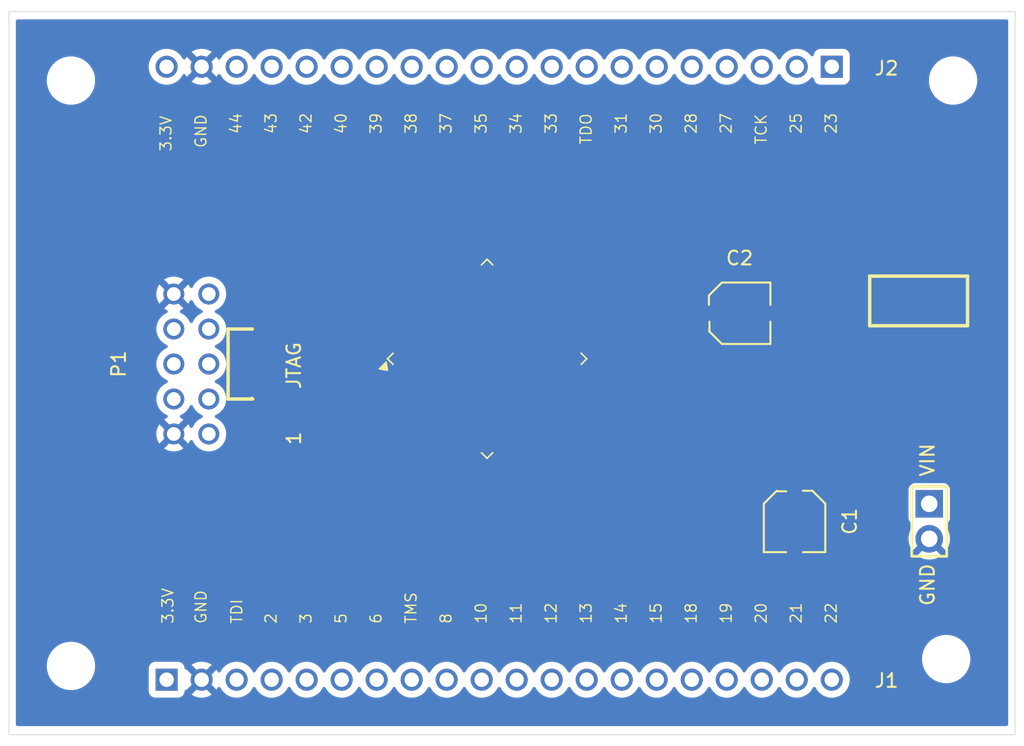
<source format=kicad_pcb>
(kicad_pcb (version 20241229) (generator "pcbnew") (generator_version "9.0")
  (layers (0 "F.Cu" signal) (2 "B.Cu" signal) (13 "F.Paste" user) (15 "B.Paste" user) (5 "F.SilkS" user "F.Silkscreen") (7 "B.SilkS" user "B.Silkscreen") (1 "F.Mask" user) (3 "B.Mask" user) (25 "Edge.Cuts" user))
  (net 0 "")
  (net 1 "GND")
  (net 2 "VCC")
  (net 3 "+3.3V")
  (net 4 "/JTAG_TDI")
  (net 5 "/JTAG_TMS")
  (net 6 "/JTAG_TCK")
  (net 7 "/JTAG_TDO")
  (net 11 "/PIN_12")
  (net 12 "/PIN_14")
  (net 13 "/PIN_20")
  (net 14 "/PIN_13")
  (net 15 "/PIN_11")
  (net 16 "/PIN_8")
  (net 17 "/PIN_15")
  (net 18 "/PIN_21")
  (net 19 "/PIN_22")
  (net 20 "/PIN_5")
  (net 21 "/PIN_18")
  (net 22 "/PIN_2")
  (net 23 "/PIN_19")
  (net 24 "/PIN_10")
  (net 25 "/PIN_3")
  (net 26 "/PIN_6")
  (net 27 "/PIN_39")
  (net 28 "/PIN_23")
  (net 29 "/PIN_42")
  (net 30 "/PIN_44")
  (net 31 "/PIN_38")
  (net 32 "/PIN_30")
  (net 33 "/PIN_33")
  (net 34 "/PIN_27")
  (net 35 "/PIN_25")
  (net 36 "/PIN_37")
  (net 37 "/PIN_43")
  (net 38 "/PIN_34")
  (net 39 "/PIN_35")
  (net 40 "/PIN_28")
  (net 41 "/PIN_31")
  (net 42 "/PIN_40")
  (footprint "easyeda2kicad:CAP-SMD_BD4.0-L4.3-W4.3-FD" (layer "F.Cu") (at 179 119.5 -90)
    (property "Reference" "C1" (at 0 -4 90) (layer "F.SilkS"))
    (property "Value" "C_Polarized")
    (fp_line (start -1.28 2.23) (end -2.22 1.29) (stroke (width 0.15)) (layer "F.SilkS"))
    (fp_line (start 2.24 2.23) (end -1.28 2.23) (stroke (width 0.15)) (layer "F.SilkS"))
    (fp_line (start -2.18 1.29) (end -2.18 0.61) (stroke (width 0.15)) (layer "F.SilkS"))
    (fp_line (start 2.24 0.61) (end 2.24 2.23) (stroke (width 0.15)) (layer "F.SilkS"))
    (fp_line (start 2.24 -0.61) (end 2.24 -2.23) (stroke (width 0.15)) (layer "F.SilkS"))
    (fp_line (start -2.22 -1.29) (end -2.22 -0.61) (stroke (width 0.15)) (layer "F.SilkS"))
    (fp_line (start -1.28 -2.23) (end -2.22 -1.29) (stroke (width 0.15)) (layer "F.SilkS"))
    (fp_line (start 2.24 -2.23) (end -1.28 -2.23) (stroke (width 0.15)) (layer "F.SilkS"))
    (pad "1" smd rect (at -1.66 0 270) (size 2.8 1.1) (layers "F.Cu" "F.Mask" "F.Paste") (net 2 "VCC"))
    (pad "2" smd rect (at 1.66 0 270) (size 2.8 1.1) (layers "F.Cu" "F.Mask" "F.Paste") (net 1 "GND"))
  )
  (footprint "easyeda2kicad:SOT-223_L6.7-W3.5-P2.30-BR" (layer "F.Cu") (at 188 103.5 -90)
    (property "Reference" "U2" (hide yes))
    (property "Value" "TLV1117LV33DCYR")
    (fp_line (start -1.8 3.55) (end 1.8 3.55) (stroke (width 0.25)) (layer "F.SilkS"))
    (fp_line (start -1.8 3.55) (end -1.8 -3.55) (stroke (width 0.25)) (layer "F.SilkS"))
    (fp_line (start 1.8 3.55) (end 1.8 -3.55) (stroke (width 0.25)) (layer "F.SilkS"))
    (fp_line (start -1.8 -3.55) (end 1.8 -3.55) (stroke (width 0.25)) (layer "F.SilkS"))
    (pad "1" smd rect (at 3.1 2.3) (size 1.1 2.2) (layers "F.Cu" "F.Mask" "F.Paste") (net 1 "GND"))
    (pad "2" smd rect (at 3.1 0) (size 1.1 2.2) (layers "F.Cu" "F.Mask" "F.Paste") (net 3 "+3.3V"))
    (pad "3" smd rect (at 3.1 -2.3) (size 1.1 2.2) (layers "F.Cu" "F.Mask" "F.Paste") (net 2 "VCC"))
    (pad "4" smd rect (at -3.1 0 270) (size 2.2 3.5) (layers "F.Cu" "F.Mask" "F.Paste") (net 3 "+3.3V"))
  )
  (footprint "Package_QFP:TQFP-44_10x10mm_P0.8mm" (layer "F.Cu") (at 156.693064 107.701048 45)
    (property "Reference" "U1" (hide yes))
    (property "Value" "ATF1504ASV-xAx44")
    (fp_line (start -5.11 -5.11) (end -5.11 -4.535) (stroke (width 0.12)) (layer "F.SilkS"))
    (fp_line (start -4.535 -5.11) (end -5.11 -5.11) (stroke (width 0.12)) (layer "F.SilkS"))
    (fp_line (start 4.535 -5.11) (end 5.11 -5.11) (stroke (width 0.12)) (layer "F.SilkS"))
    (fp_line (start 5.11 -5.11) (end 5.11 -4.535) (stroke (width 0.12)) (layer "F.SilkS"))
    (fp_line (start -5.11 5.11) (end -5.11 4.535) (stroke (width 0.12)) (layer "F.SilkS"))
    (fp_line (start -4.535 5.11) (end -5.11 5.11) (stroke (width 0.12)) (layer "F.SilkS"))
    (fp_line (start 4.535 5.11) (end 5.11 5.11) (stroke (width 0.12)) (layer "F.SilkS"))
    (fp_line (start 5.11 5.11) (end 5.11 4.535) (stroke (width 0.12)) (layer "F.SilkS"))
    (fp_poly (pts (xy -5.7 -4.535) (xy -6.04 -5.004999) (xy -5.36 -5.005)) (stroke (width 0.12)) (fill yes) (layer "F.SilkS"))
    (pad "1" smd roundrect (at -5.6625 -4 45) (size 1.475 0.55) (layers "F.Cu" "F.Mask" "F.Paste") (net 4 "/JTAG_TDI"))
    (pad "2" smd roundrect (at -5.6625 -3.2 45) (size 1.475 0.55) (layers "F.Cu" "F.Mask" "F.Paste") (net 22 "/PIN_2"))
    (pad "3" smd roundrect (at -5.6625 -2.4 45) (size 1.475 0.55) (layers "F.Cu" "F.Mask" "F.Paste") (net 25 "/PIN_3"))
    (pad "4" smd roundrect (at -5.6625 -1.6 45) (size 1.475 0.55) (layers "F.Cu" "F.Mask" "F.Paste") (net 1 "GND"))
    (pad "5" smd roundrect (at -5.6625 -0.8 45) (size 1.475 0.55) (layers "F.Cu" "F.Mask" "F.Paste") (net 20 "/PIN_5"))
    (pad "6" smd roundrect (at -5.6625 0 45) (size 1.475 0.55) (layers "F.Cu" "F.Mask" "F.Paste") (net 26 "/PIN_6"))
    (pad "7" smd roundrect (at -5.6625 0.8 45) (size 1.475 0.55) (layers "F.Cu" "F.Mask" "F.Paste") (net 5 "/JTAG_TMS"))
    (pad "8" smd roundrect (at -5.6625 1.6 45) (size 1.475 0.55) (layers "F.Cu" "F.Mask" "F.Paste") (net 16 "/PIN_8"))
    (pad "9" smd roundrect (at -5.6625 2.4 45) (size 1.475 0.55) (layers "F.Cu" "F.Mask" "F.Paste") (net 3 "+3.3V"))
    (pad "10" smd roundrect (at -5.6625 3.2 45) (size 1.475 0.55) (layers "F.Cu" "F.Mask" "F.Paste") (net 24 "/PIN_10"))
    (pad "11" smd roundrect (at -5.6625 4 45) (size 1.475 0.55) (layers "F.Cu" "F.Mask" "F.Paste") (net 15 "/PIN_11"))
    (pad "12" smd roundrect (at -4 5.6625 45) (size 0.55 1.475) (layers "F.Cu" "F.Mask" "F.Paste") (net 11 "/PIN_12"))
    (pad "13" smd roundrect (at -3.2 5.6625 45) (size 0.55 1.475) (layers "F.Cu" "F.Mask" "F.Paste") (net 14 "/PIN_13"))
    (pad "14" smd roundrect (at -2.4 5.6625 45) (size 0.55 1.475) (layers "F.Cu" "F.Mask" "F.Paste") (net 12 "/PIN_14"))
    (pad "15" smd roundrect (at -1.6 5.6625 45) (size 0.55 1.475) (layers "F.Cu" "F.Mask" "F.Paste") (net 17 "/PIN_15"))
    (pad "16" smd roundrect (at -0.8 5.6625 45) (size 0.55 1.475) (layers "F.Cu" "F.Mask" "F.Paste") (net 1 "GND"))
    (pad "17" smd roundrect (at 0 5.6625 45) (size 0.55 1.475) (layers "F.Cu" "F.Mask" "F.Paste") (net 3 "+3.3V"))
    (pad "18" smd roundrect (at 0.8 5.6625 45) (size 0.55 1.475) (layers "F.Cu" "F.Mask" "F.Paste") (net 21 "/PIN_18"))
    (pad "19" smd roundrect (at 1.6 5.6625 45) (size 0.55 1.475) (layers "F.Cu" "F.Mask" "F.Paste") (net 23 "/PIN_19"))
    (pad "20" smd roundrect (at 2.4 5.6625 45) (size 0.55 1.475) (layers "F.Cu" "F.Mask" "F.Paste") (net 13 "/PIN_20"))
    (pad "21" smd roundrect (at 3.2 5.6625 45) (size 0.55 1.475) (layers "F.Cu" "F.Mask" "F.Paste") (net 18 "/PIN_21"))
    (pad "22" smd roundrect (at 4 5.6625 45) (size 0.55 1.475) (layers "F.Cu" "F.Mask" "F.Paste") (net 19 "/PIN_22"))
    (pad "23" smd roundrect (at 5.6625 4 45) (size 1.475 0.55) (layers "F.Cu" "F.Mask" "F.Paste") (net 28 "/PIN_23"))
    (pad "24" smd roundrect (at 5.6625 3.2 45) (size 1.475 0.55) (layers "F.Cu" "F.Mask" "F.Paste") (net 1 "GND"))
    (pad "25" smd roundrect (at 5.6625 2.4 45) (size 1.475 0.55) (layers "F.Cu" "F.Mask" "F.Paste") (net 35 "/PIN_25"))
    (pad "26" smd roundrect (at 5.6625 1.6 45) (size 1.475 0.55) (layers "F.Cu" "F.Mask" "F.Paste") (net 6 "/JTAG_TCK"))
    (pad "27" smd roundrect (at 5.6625 0.8 45) (size 1.475 0.55) (layers "F.Cu" "F.Mask" "F.Paste") (net 34 "/PIN_27"))
    (pad "28" smd roundrect (at 5.6625 0 45) (size 1.475 0.55) (layers "F.Cu" "F.Mask" "F.Paste") (net 40 "/PIN_28"))
    (pad "29" smd roundrect (at 5.6625 -0.8 45) (size 1.475 0.55) (layers "F.Cu" "F.Mask" "F.Paste") (net 3 "+3.3V"))
    (pad "30" smd roundrect (at 5.6625 -1.6 45) (size 1.475 0.55) (layers "F.Cu" "F.Mask" "F.Paste") (net 32 "/PIN_30"))
    (pad "31" smd roundrect (at 5.6625 -2.4 45) (size 1.475 0.55) (layers "F.Cu" "F.Mask" "F.Paste") (net 41 "/PIN_31"))
    (pad "32" smd roundrect (at 5.6625 -3.2 45) (size 1.475 0.55) (layers "F.Cu" "F.Mask" "F.Paste") (net 7 "/JTAG_TDO"))
    (pad "33" smd roundrect (at 5.6625 -4 45) (size 1.475 0.55) (layers "F.Cu" "F.Mask" "F.Paste") (net 33 "/PIN_33"))
    (pad "34" smd roundrect (at 4 -5.6625 45) (size 0.55 1.475) (layers "F.Cu" "F.Mask" "F.Paste") (net 38 "/PIN_34"))
    (pad "35" smd roundrect (at 3.2 -5.6625 45) (size 0.55 1.475) (layers "F.Cu" "F.Mask" "F.Paste") (net 39 "/PIN_35"))
    (pad "36" smd roundrect (at 2.4 -5.6625 45) (size 0.55 1.475) (layers "F.Cu" "F.Mask" "F.Paste") (net 1 "GND"))
    (pad "37" smd roundrect (at 1.6 -5.6625 45) (size 0.55 1.475) (layers "F.Cu" "F.Mask" "F.Paste") (net 36 "/PIN_37"))
    (pad "38" smd roundrect (at 0.8 -5.6625 45) (size 0.55 1.475) (layers "F.Cu" "F.Mask" "F.Paste") (net 31 "/PIN_38"))
    (pad "39" smd roundrect (at 0 -5.6625 45) (size 0.55 1.475) (layers "F.Cu" "F.Mask" "F.Paste") (net 27 "/PIN_39"))
    (pad "40" smd roundrect (at -0.8 -5.6625 45) (size 0.55 1.475) (layers "F.Cu" "F.Mask" "F.Paste") (net 42 "/PIN_40"))
    (pad "41" smd roundrect (at -1.6 -5.6625 45) (size 0.55 1.475) (layers "F.Cu" "F.Mask" "F.Paste") (net 3 "+3.3V"))
    (pad "42" smd roundrect (at -2.4 -5.6625 45) (size 0.55 1.475) (layers "F.Cu" "F.Mask" "F.Paste") (net 29 "/PIN_42"))
    (pad "43" smd roundrect (at -3.2 -5.6625 45) (size 0.55 1.475) (layers "F.Cu" "F.Mask" "F.Paste") (net 37 "/PIN_43"))
    (pad "44" smd roundrect (at -4 -5.6625 45) (size 0.55 1.475) (layers "F.Cu" "F.Mask" "F.Paste") (net 30 "/PIN_44"))
  )
  (footprint "MountingHole:MountingHole_3mm" (layer "F.Cu") (at 190 129.5)
    (property "Reference" "H2" (hide yes))
    (property "Value" "MountingHole")
    (pad "" np_thru_hole circle (at 0 0) (size 3 3) (drill 3) (layers "*.Cu" "*.Mask"))
  )
  (footprint "MountingHole:MountingHole_3mm" (layer "F.Cu") (at 126.5 87.5)
    (property "Reference" "H4" (hide yes))
    (property "Value" "MountingHole")
    (pad "" np_thru_hole circle (at 0 0) (size 3 3) (drill 3) (layers "*.Cu" "*.Mask"))
  )
  (footprint "MountingHole:MountingHole_3mm" (layer "F.Cu") (at 126.5 130)
    (property "Reference" "H3" (hide yes))
    (property "Value" "MountingHole")
    (pad "" np_thru_hole circle (at 0 0) (size 3 3) (drill 3) (layers "*.Cu" "*.Mask"))
  )
  (footprint "easyeda2kicad:IDC-TH_10P-P2.54_C5665" (layer "F.Cu") (at 135.23 108.08 90)
    (property "Reference" "P1" (at 0 -5.27 90) (layer "F.SilkS"))
    (property "Value" "HDR-IDC-2.54-2X5P")
    (fp_line (start 2.54 2.67) (end 2.54 4.42) (stroke (width 0.25)) (layer "F.SilkS"))
    (fp_line (start -2.54 2.67) (end 2.54 2.67) (stroke (width 0.25)) (layer "F.SilkS"))
    (fp_line (start -2.54 2.67) (end -2.54 4.45) (stroke (width 0.25)) (layer "F.SilkS"))
    (fp_line (start 2.54 4.42) (end 2.54 4.37) (stroke (width 0.25)) (layer "F.SilkS"))
    (fp_line (start -2.54 4.45) (end -2.49 4.37) (stroke (width 0.25)) (layer "F.SilkS"))
    (pad "1" thru_hole circle (at -5.08 1.27 90) (size 1.52 1.52) (drill 0.999998) (layers "*.Cu" "*.Mask") (net 6 "/JTAG_TCK"))
    (pad "2" thru_hole circle (at -5.08 -1.27 90) (size 1.52 1.52) (drill 0.999998) (layers "*.Cu" "*.Mask") (net 1 "GND"))
    (pad "3" thru_hole circle (at -2.54 1.27 90) (size 1.52 1.52) (drill 0.999998) (layers "*.Cu" "*.Mask") (net 7 "/JTAG_TDO"))
    (pad "4" thru_hole circle (at -2.54 -1.27 90) (size 1.52 1.52) (drill 0.999998) (layers "*.Cu" "*.Mask") (net 3 "+3.3V"))
    (pad "5" thru_hole circle (at 0 1.27 90) (size 1.52 1.52) (drill 0.999998) (layers "*.Cu" "*.Mask") (net 5 "/JTAG_TMS"))
    (pad "6" thru_hole circle (at 0 -1.27 90) (size 1.52 1.52) (drill 0.999998) (layers "*.Cu" "*.Mask"))
    (pad "7" thru_hole circle (at 2.54 1.27 90) (size 1.52 1.52) (drill 0.999998) (layers "*.Cu" "*.Mask"))
    (pad "8" thru_hole circle (at 2.54 -1.27 90) (size 1.52 1.52) (drill 0.999998) (layers "*.Cu" "*.Mask"))
    (pad "9" thru_hole circle (at 5.08 1.27 90) (size 1.52 1.52) (drill 0.999998) (layers "*.Cu" "*.Mask") (net 4 "/JTAG_TDI"))
    (pad "10" thru_hole circle (at 5.08 -1.27 90) (size 1.52 1.52) (drill 0.999998) (layers "*.Cu" "*.Mask") (net 1 "GND"))
  )
  (footprint "MountingHole:MountingHole_3mm" (layer "F.Cu") (at 190.5 87.5)
    (property "Reference" "H1" (hide yes))
    (property "Value" "MountingHole")
    (pad "" np_thru_hole circle (at 0 0) (size 3 3) (drill 3) (layers "*.Cu" "*.Mask"))
  )
  (footprint "easyeda2kicad:HDR-TH_2P-P2.54-V-M" (layer "F.Cu") (at 188.77 119.5 -90)
    (property "Reference" "J3" (hide yes))
    (property "Value" "Conn_01x02_Pin")
    (fp_line (start -2.54 1.27) (end -2.54 -1.27) (stroke (width 0.2)) (layer "F.SilkS"))
    (fp_line (start 2.54 1.27) (end -2.54 1.27) (stroke (width 0.2)) (layer "F.SilkS"))
    (fp_line (start -2.54 -1.27) (end -0.64 -1.27) (stroke (width 0.2)) (layer "F.SilkS"))
    (fp_line (start 2.54 -1.27) (end 2.54 1.27) (stroke (width 0.2)) (layer "F.SilkS"))
    (fp_line (start 2.54 -1.27) (end -0.64 -1.27) (stroke (width 0.2)) (layer "F.SilkS"))
    (pad "1" thru_hole rect (at -1.27 0 270) (size 2 2) (drill 1.199998) (layers "*.Cu" "*.Mask") (net 2 "VCC"))
    (pad "2" thru_hole circle (at 1.27 0 270) (size 2 2) (drill 1.199998) (layers "*.Cu" "*.Mask") (net 1 "GND"))
  )
  (footprint "easyeda2kicad:CAP-SMD_BD4.0-L4.3-W4.3-FD" (layer "F.Cu") (at 175.006 104.394)
    (property "Reference" "C2" (at 0 -4 0) (layer "F.SilkS"))
    (property "Value" "C_Polarized")
    (fp_line (start -2.22 -1.29) (end -2.22 -0.61) (stroke (width 0.15)) (layer "F.SilkS"))
    (fp_line (start -2.18 1.29) (end -2.18 0.61) (stroke (width 0.15)) (layer "F.SilkS"))
    (fp_line (start -1.28 -2.23) (end -2.22 -1.29) (stroke (width 0.15)) (layer "F.SilkS"))
    (fp_line (start -1.28 2.23) (end -2.22 1.29) (stroke (width 0.15)) (layer "F.SilkS"))
    (fp_line (start 2.24 -2.23) (end -1.28 -2.23) (stroke (width 0.15)) (layer "F.SilkS"))
    (fp_line (start 2.24 -0.61) (end 2.24 -2.23) (stroke (width 0.15)) (layer "F.SilkS"))
    (fp_line (start 2.24 0.61) (end 2.24 2.23) (stroke (width 0.15)) (layer "F.SilkS"))
    (fp_line (start 2.24 2.23) (end -1.28 2.23) (stroke (width 0.15)) (layer "F.SilkS"))
    (pad "1" smd rect (at -1.66 0) (size 2.8 1.1) (layers "F.Cu" "F.Mask" "F.Paste") (net 3 "+3.3V"))
    (pad "2" smd rect (at 1.66 0) (size 2.8 1.1) (layers "F.Cu" "F.Mask" "F.Paste") (net 1 "GND"))
  )
  (footprint "easyeda2kicad:HDR-TH_20P-P2.54-V-M-4" (layer "F.Cu") (at 157.57 131)
    (property "Reference" "J1" (at 28.104 0.064 0) (layer "F.SilkS"))
    (property "Value" "Conn_01x20_Pin")
    (pad "1" thru_hole rect (at -24.13 0) (size 1.6 1.6) (drill 1.049985) (layers "*.Cu" "*.Mask") (net 3 "+3.3V"))
    (pad "2" thru_hole circle (at -21.59 0) (size 1.6 1.6) (drill 1.049985) (layers "*.Cu" "*.Mask") (net 1 "GND"))
    (pad "3" thru_hole circle (at -19.05 0) (size 1.6 1.6) (drill 1.049985) (layers "*.Cu" "*.Mask") (net 4 "/JTAG_TDI"))
    (pad "4" thru_hole circle (at -16.51 0) (size 1.6 1.6) (drill 1.049985) (layers "*.Cu" "*.Mask") (net 22 "/PIN_2"))
    (pad "5" thru_hole circle (at -13.97 0) (size 1.6 1.6) (drill 1.049985) (layers "*.Cu" "*.Mask") (net 25 "/PIN_3"))
    (pad "6" thru_hole circle (at -11.43 0) (size 1.6 1.6) (drill 1.049985) (layers "*.Cu" "*.Mask") (net 20 "/PIN_5"))
    (pad "7" thru_hole circle (at -8.89 0) (size 1.6 1.6) (drill 1.049985) (layers "*.Cu" "*.Mask") (net 26 "/PIN_6"))
    (pad "8" thru_hole circle (at -6.35 0) (size 1.6 1.6) (drill 1.049985) (layers "*.Cu" "*.Mask") (net 5 "/JTAG_TMS"))
    (pad "9" thru_hole circle (at -3.81 0) (size 1.6 1.6) (drill 1.049985) (layers "*.Cu" "*.Mask") (net 16 "/PIN_8"))
    (pad "10" thru_hole circle (at -1.27 0) (size 1.6 1.6) (drill 1.049985) (layers "*.Cu" "*.Mask") (net 24 "/PIN_10"))
    (pad "11" thru_hole circle (at 1.27 0) (size 1.6 1.6) (drill 1.049985) (layers "*.Cu" "*.Mask") (net 15 "/PIN_11"))
    (pad "12" thru_hole circle (at 3.81 0) (size 1.6 1.6) (drill 1.049985) (layers "*.Cu" "*.Mask") (net 11 "/PIN_12"))
    (pad "13" thru_hole circle (at 6.35 0) (size 1.6 1.6) (drill 1.049985) (layers "*.Cu" "*.Mask") (net 14 "/PIN_13"))
    (pad "14" thru_hole circle (at 8.89 0) (size 1.6 1.6) (drill 1.049985) (layers "*.Cu" "*.Mask") (net 12 "/PIN_14"))
    (pad "15" thru_hole circle (at 11.43 0) (size 1.6 1.6) (drill 1.049985) (layers "*.Cu" "*.Mask") (net 17 "/PIN_15"))
    (pad "16" thru_hole circle (at 13.97 0) (size 1.6 1.6) (drill 1.049985) (layers "*.Cu" "*.Mask") (net 21 "/PIN_18"))
    (pad "17" thru_hole circle (at 16.51 0) (size 1.6 1.6) (drill 1.049985) (layers "*.Cu" "*.Mask") (net 23 "/PIN_19"))
    (pad "18" thru_hole circle (at 19.05 0) (size 1.6 1.6) (drill 1.049985) (layers "*.Cu" "*.Mask") (net 13 "/PIN_20"))
    (pad "19" thru_hole circle (at 21.59 0) (size 1.6 1.6) (drill 1.049985) (layers "*.Cu" "*.Mask") (net 18 "/PIN_21"))
    (pad "20" thru_hole circle (at 24.13 0) (size 1.6 1.6) (drill 1.049985) (layers "*.Cu" "*.Mask") (net 19 "/PIN_22"))
  )
  (footprint "easyeda2kicad:HDR-TH_20P-P2.54-V-M-4" (layer "F.Cu") (at 157.57 86.5 180)
    (property "Reference" "J2" (at -28.104 -0.114 0) (layer "F.SilkS"))
    (property "Value" "Conn_01x20_Pin")
    (pad "1" thru_hole rect (at -24.13 0 180) (size 1.6 1.6) (drill 1.049985) (layers "*.Cu" "*.Mask") (net 28 "/PIN_23"))
    (pad "2" thru_hole circle (at -21.59 0 180) (size 1.6 1.6) (drill 1.049985) (layers "*.Cu" "*.Mask") (net 35 "/PIN_25"))
    (pad "3" thru_hole circle (at -19.05 0 180) (size 1.6 1.6) (drill 1.049985) (layers "*.Cu" "*.Mask") (net 6 "/JTAG_TCK"))
    (pad "4" thru_hole circle (at -16.51 0 180) (size 1.6 1.6) (drill 1.049985) (layers "*.Cu" "*.Mask") (net 34 "/PIN_27"))
    (pad "5" thru_hole circle (at -13.97 0 180) (size 1.6 1.6) (drill 1.049985) (layers "*.Cu" "*.Mask") (net 40 "/PIN_28"))
    (pad "6" thru_hole circle (at -11.43 0 180) (size 1.6 1.6) (drill 1.049985) (layers "*.Cu" "*.Mask") (net 32 "/PIN_30"))
    (pad "7" thru_hole circle (at -8.89 0 180) (size 1.6 1.6) (drill 1.049985) (layers "*.Cu" "*.Mask") (net 41 "/PIN_31"))
    (pad "8" thru_hole circle (at -6.35 0 180) (size 1.6 1.6) (drill 1.049985) (layers "*.Cu" "*.Mask") (net 7 "/JTAG_TDO"))
    (pad "9" thru_hole circle (at -3.81 0 180) (size 1.6 1.6) (drill 1.049985) (layers "*.Cu" "*.Mask") (net 33 "/PIN_33"))
    (pad "10" thru_hole circle (at -1.27 0 180) (size 1.6 1.6) (drill 1.049985) (layers "*.Cu" "*.Mask") (net 38 "/PIN_34"))
    (pad "11" thru_hole circle (at 1.27 0 180) (size 1.6 1.6) (drill 1.049985) (layers "*.Cu" "*.Mask") (net 39 "/PIN_35"))
    (pad "12" thru_hole circle (at 3.81 0 180) (size 1.6 1.6) (drill 1.049985) (layers "*.Cu" "*.Mask") (net 36 "/PIN_37"))
    (pad "13" thru_hole circle (at 6.35 0 180) (size 1.6 1.6) (drill 1.049985) (layers "*.Cu" "*.Mask") (net 31 "/PIN_38"))
    (pad "14" thru_hole circle (at 8.89 0 180) (size 1.6 1.6) (drill 1.049985) (layers "*.Cu" "*.Mask") (net 27 "/PIN_39"))
    (pad "15" thru_hole circle (at 11.43 0 180) (size 1.6 1.6) (drill 1.049985) (layers "*.Cu" "*.Mask") (net 42 "/PIN_40"))
    (pad "16" thru_hole circle (at 13.97 0 180) (size 1.6 1.6) (drill 1.049985) (layers "*.Cu" "*.Mask") (net 29 "/PIN_42"))
    (pad "17" thru_hole circle (at 16.51 0 180) (size 1.6 1.6) (drill 1.049985) (layers "*.Cu" "*.Mask") (net 37 "/PIN_43"))
    (pad "18" thru_hole circle (at 19.05 0 180) (size 1.6 1.6) (drill 1.049985) (layers "*.Cu" "*.Mask") (net 30 "/PIN_44"))
    (pad "19" thru_hole circle (at 21.59 0 180) (size 1.6 1.6) (drill 1.049985) (layers "*.Cu" "*.Mask") (net 1 "GND"))
    (pad "20" thru_hole circle (at 24.13 0 180) (size 1.6 1.6) (drill 1.049985) (layers "*.Cu" "*.Mask") (net 3 "+3.3V"))
  )
  (gr_rect (start 122 82.5) (end 195 135) (stroke (width 0.05)) (fill no) (layer "Edge.Cuts"))
  (gr_text "15" (at 169.418 127 90) (layer "F.SilkS") (effects (font (size 0.8 0.8) (thickness 0.1)) (justify left bottom)))
  (gr_text "TCK" (at 177.038 92.202 90) (layer "F.SilkS") (effects (font (size 0.8 0.8) (thickness 0.1)) (justify left bottom)))
  (gr_text "12" (at 161.798 127 90) (layer "F.SilkS") (effects (font (size 0.8 0.8) (thickness 0.1)) (justify left bottom)))
  (gr_text "6" (at 149.098 127 90) (layer "F.SilkS") (effects (font (size 0.8 0.8) (thickness 0.1)) (justify left bottom)))
  (gr_text "TDI" (at 139 127 90) (layer "F.SilkS") (effects (font (size 0.8 0.8) (thickness 0.1)) (justify left bottom)))
  (gr_text "3.3V" (at 134 127 90) (layer "F.SilkS") (effects (font (size 0.8 0.8) (thickness 0.1)) (justify left bottom)))
  (gr_text "19" (at 174.498 127 90) (layer "F.SilkS") (effects (font (size 0.8 0.8) (thickness 0.1)) (justify left bottom)))
  (gr_text "18" (at 171.958 127 90) (layer "F.SilkS") (effects (font (size 0.8 0.8) (thickness 0.1)) (justify left bottom)))
  (gr_text "GND" (at 136.398 127 90) (layer "F.SilkS") (effects (font (size 0.8 0.8) (thickness 0.1)) (justify left bottom)))
  (gr_text "VIN\n" (at 189.23 116.332 90) (layer "F.SilkS") (effects (font (size 1 1)) (justify left bottom)))
  (gr_text "3.3V" (at 133.858 92.71 90) (layer "F.SilkS") (effects (font (size 0.8 0.8) (thickness 0.1)) (justify left bottom)))
  (gr_text "42" (at 144.018 91.44 90) (layer "F.SilkS") (effects (font (size 0.8 0.8) (thickness 0.1)) (justify left bottom)))
  (gr_text "10" (at 156.718 127 90) (layer "F.SilkS") (effects (font (size 0.8 0.8) (thickness 0.1)) (justify left bottom)))
  (gr_text "8" (at 154.178 127 90) (layer "F.SilkS") (effects (font (size 0.8 0.8) (thickness 0.1)) (justify left bottom)))
  (gr_text "22" (at 182.118 127 90) (layer "F.SilkS") (effects (font (size 0.8 0.8) (thickness 0.1)) (justify left bottom)))
  (gr_text "31" (at 166.878 91.44 90) (layer "F.SilkS") (effects (font (size 0.8 0.8) (thickness 0.1)) (justify left bottom)))
  (gr_text "14" (at 166.878 127 90) (layer "F.SilkS") (effects (font (size 0.8 0.8) (thickness 0.1)) (justify left bottom)))
  (gr_text "GND" (at 189.23 125.73 90) (layer "F.SilkS") (effects (font (size 1 1)) (justify left bottom)))
  (gr_text "TMS" (at 151.638 127 90) (layer "F.SilkS") (effects (font (size 0.8 0.8) (thickness 0.1)) (justify left bottom)))
  (gr_text "13" (at 164.338 127 90) (layer "F.SilkS") (effects (font (size 0.8 0.8) (thickness 0.1)) (justify left bottom)))
  (gr_text "37" (at 154.178 91.44 90) (layer "F.SilkS") (effects (font (size 0.8 0.8) (thickness 0.1)) (justify left bottom)))
  (gr_text "35" (at 156.718 91.44 90) (layer "F.SilkS") (effects (font (size 0.8 0.8) (thickness 0.1)) (justify left bottom)))
  (gr_text "3" (at 144.018 127 90) (layer "F.SilkS") (effects (font (size 0.8 0.8) (thickness 0.1)) (justify left bottom)))
  (gr_text "21" (at 179.578 127 90) (layer "F.SilkS") (effects (font (size 0.8 0.8) (thickness 0.1)) (justify left bottom)))
  (gr_text "11" (at 159.258 127 90) (layer "F.SilkS") (effects (font (size 0.8 0.8) (thickness 0.1)) (justify left bottom)))
  (gr_text "40" (at 146.558 91.44 90) (layer "F.SilkS") (effects (font (size 0.8 0.8) (thickness 0.1)) (justify left bottom)))
  (gr_text "23" (at 182.118 91.44 90) (layer "F.SilkS") (effects (font (size 0.8 0.8) (thickness 0.1)) (justify left bottom)))
  (gr_text "5" (at 146.558 127 90) (layer "F.SilkS") (effects (font (size 0.8 0.8) (thickness 0.1)) (justify left bottom)))
  (gr_text "GND" (at 136.398 92.456 90) (layer "F.SilkS") (effects (font (size 0.8 0.8) (thickness 0.1)) (justify left bottom)))
  (gr_text "1" (at 143.256 114.046 90) (layer "F.SilkS") (effects (font (size 1 1)) (justify left bottom)))
  (gr_text "44" (at 138.938 91.44 90) (layer "F.SilkS") (effects (font (size 0.8 0.8) (thickness 0.1)) (justify left bottom)))
  (gr_text "39" (at 149.098 91.44 90) (layer "F.SilkS") (effects (font (size 0.8 0.8) (thickness 0.1)) (justify left bottom)))
  (gr_text "2" (at 141.478 127 90) (layer "F.SilkS") (effects (font (size 0.8 0.8) (thickness 0.1)) (justify left bottom)))
  (gr_text "43" (at 141.478 91.44 90) (layer "F.SilkS") (effects (font (size 0.8 0.8) (thickness 0.1)) (justify left bottom)))
  (gr_text "33" (at 161.798 91.44 90) (layer "F.SilkS") (effects (font (size 0.8 0.8) (thickness 0.1)) (justify left bottom)))
  (gr_text "25" (at 179.578 91.44 90) (layer "F.SilkS") (effects (font (size 0.8 0.8) (thickness 0.1)) (justify left bottom)))
  (gr_text "20" (at 177.038 127 90) (layer "F.SilkS") (effects (font (size 0.8 0.8) (thickness 0.1)) (justify left bottom)))
  (gr_text "38" (at 151.638 91.44 90) (layer "F.SilkS") (effects (font (size 0.8 0.8) (thickness 0.1)) (justify left bottom)))
  (gr_text "TDO" (at 164.338 92.202 90) (layer "F.SilkS") (effects (font (size 0.8 0.8) (thickness 0.1)) (justify left bottom)))
  (gr_text "27" (at 174.498 91.44 90) (layer "F.SilkS") (effects (font (size 0.8 0.8) (thickness 0.1)) (justify left bottom)))
  (gr_text "JTAG" (at 143.256 109.982 90) (layer "F.SilkS") (effects (font (size 1 1)) (justify left bottom)))
  (gr_text "30" (at 169.418 91.44 90) (layer "F.SilkS") (effects (font (size 0.8 0.8) (thickness 0.1)) (justify left bottom)))
  (gr_text "28" (at 171.958 91.44 90) (layer "F.SilkS") (effects (font (size 0.8 0.8) (thickness 0.1)) (justify left bottom)))
  (gr_text "34" (at 159.258 91.44 90) (layer "F.SilkS") (effects (font (size 0.8 0.8) (thickness 0.1)) (justify left bottom)))
  (zone (net 1) (net_name "GND") (layer "B.Cu") (connect_pads (clearance 0.5)) (min_thickness 0.25) (fill yes (thermal_gap 0.5) (thermal_bridge_width 0.5))
    (polygon (pts (xy 194.564 83.058) (xy 194.564 134.366) (xy 122.428 134.366) (xy 122.428 83.058)))
  )
)
</source>
